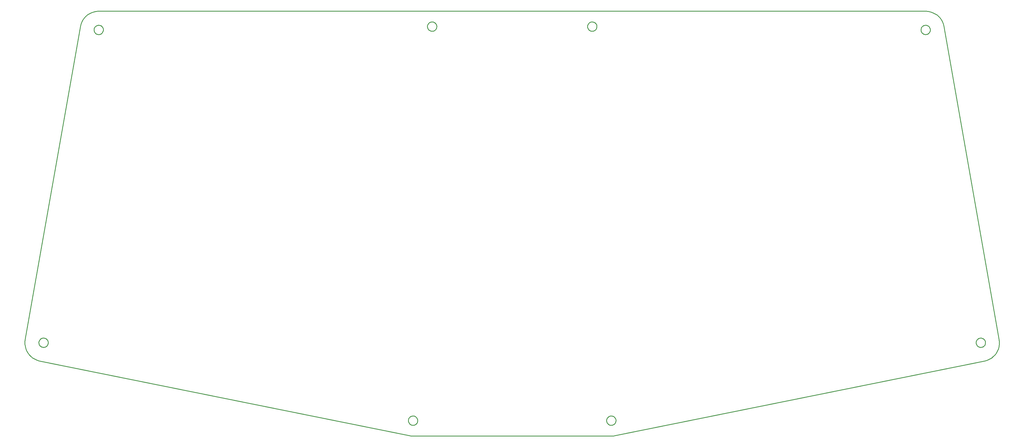
<source format=gm1>
G04 #@! TF.GenerationSoftware,KiCad,Pcbnew,(5.99.0-1124-gd78759612)*
G04 #@! TF.CreationDate,2021-10-07T20:38:15-04:00*
G04 #@! TF.ProjectId,harkonnen,6861726b-6f6e-46e6-956e-2e6b69636164,rev?*
G04 #@! TF.SameCoordinates,Original*
G04 #@! TF.FileFunction,Profile,NP*
%FSLAX46Y46*%
G04 Gerber Fmt 4.6, Leading zero omitted, Abs format (unit mm)*
G04 Created by KiCad (PCBNEW (5.99.0-1124-gd78759612)) date 2021-10-07 20:38:15*
%MOMM*%
%LPD*%
G01*
G04 APERTURE LIST*
G04 #@! TA.AperFunction,Profile*
%ADD10C,0.264582*%
G04 #@! TD*
G04 APERTURE END LIST*
D10*
X135600296Y-156366394D02*
X135469284Y-156230881D01*
X18900300Y-131293457D02*
X18757301Y-131415604D01*
X136444321Y-156749436D02*
X136258301Y-156716736D01*
X136258301Y-156716736D02*
X136078301Y-156661042D01*
X136402443Y-153773407D02*
X136590462Y-153759003D01*
X135142281Y-155560318D02*
X135116379Y-155373764D01*
X135245461Y-154639084D02*
X135334458Y-154472779D01*
X135116348Y-155373764D02*
X135113350Y-155185410D01*
X135134461Y-154998215D02*
X135178459Y-154815171D01*
X18067321Y-131699860D02*
X17879312Y-131714264D01*
X136778450Y-153767838D02*
X136964462Y-153800537D01*
X19335300Y-130474961D02*
X19291299Y-130658066D01*
X136590462Y-153758973D02*
X136778450Y-153767975D01*
X19291299Y-130658066D02*
X19224300Y-130834183D01*
X19224300Y-130834183D02*
X19136300Y-131000489D01*
X135442459Y-154318802D02*
X135569458Y-154179718D01*
X135263283Y-155916260D02*
X135191284Y-155742096D01*
X135746300Y-156484452D02*
X135600296Y-156366394D01*
X19027301Y-131154404D02*
X18900300Y-131293457D01*
X18757301Y-131415604D02*
X18599311Y-131518753D01*
X135907303Y-156583145D02*
X135746300Y-156484452D01*
X18251302Y-131661957D02*
X18067321Y-131699860D01*
X17879312Y-131714402D02*
X17691322Y-131705399D01*
X136078301Y-156661042D02*
X135907303Y-156583145D01*
X135569458Y-154179718D02*
X135713448Y-154057633D01*
X135334458Y-154472779D02*
X135442459Y-154318802D01*
X136218460Y-153811203D02*
X136402443Y-153773407D01*
X135713448Y-154057633D02*
X135870445Y-153954499D01*
X137623451Y-154150757D02*
X137753441Y-154286255D01*
X137315460Y-153934037D02*
X137476471Y-154032730D01*
X135469284Y-156230881D02*
X135356285Y-156080063D01*
X136964462Y-153800537D02*
X137144463Y-153856232D01*
X135113442Y-155185410D02*
X135134339Y-154998215D01*
X135356285Y-156080063D02*
X135263283Y-155916260D01*
X135178459Y-154815171D02*
X135245461Y-154639084D01*
X135191284Y-155742096D02*
X135142281Y-155560318D01*
X136040459Y-153871903D02*
X136218460Y-153811203D01*
X18430322Y-131601258D02*
X18251302Y-131661957D01*
X137476471Y-154032730D02*
X137623451Y-154150757D01*
X19206140Y-129556977D02*
X19278140Y-129731110D01*
X135870445Y-153954499D02*
X136040459Y-153871903D01*
X18599311Y-131518753D02*
X18430322Y-131601258D01*
X137144463Y-153856232D02*
X137315460Y-153934037D01*
X19278140Y-129731110D02*
X19327140Y-129912857D01*
X19327140Y-129912857D02*
X19354240Y-130099411D01*
X19354150Y-130099411D02*
X19357150Y-130287796D01*
X19356311Y-130287796D02*
X19335410Y-130474961D01*
X19136300Y-131000489D02*
X19027301Y-131154404D01*
X300820603Y-28250412D02*
X301000580Y-28194413D01*
X136632599Y-156758316D02*
X136444611Y-156749314D01*
X300342606Y-28544411D02*
X300488571Y-28426415D01*
X300005570Y-28994416D02*
X300098572Y-28831406D01*
X300310578Y-30731408D02*
X300183579Y-30592408D01*
X300183579Y-30592408D02*
X300074555Y-30438401D01*
X301186615Y-28161415D02*
X301374588Y-28152413D01*
X299919556Y-30095391D02*
X299875549Y-29912400D01*
X302094589Y-28348313D02*
X302252579Y-28451294D01*
X137753441Y-154286255D02*
X137866440Y-154437073D01*
X137866440Y-154437073D02*
X137959442Y-154600876D01*
X300453583Y-30853409D02*
X300310578Y-30731408D01*
X137959442Y-154600876D02*
X138031441Y-154775071D01*
X138031441Y-154775071D02*
X138081444Y-154956818D01*
X138109612Y-155331726D02*
X138088715Y-155518921D01*
X301746597Y-28204316D02*
X301925614Y-28265313D01*
X138088608Y-155518921D02*
X138044609Y-155701996D01*
X299854508Y-29725403D02*
X299857514Y-29537415D01*
X301000580Y-28194413D02*
X301186615Y-28161415D01*
X137780586Y-156198334D02*
X137653588Y-156337418D01*
X137510590Y-156459534D02*
X137352600Y-156562653D01*
X299986557Y-30272400D02*
X299919556Y-30095391D01*
X138107407Y-155143372D02*
X138110405Y-155331726D01*
X137653588Y-156337418D02*
X137510590Y-156459534D01*
X138081444Y-154956818D02*
X138107346Y-155143372D01*
X137352600Y-156562653D02*
X137183609Y-156645249D01*
X301925614Y-28265313D02*
X302094589Y-28348313D01*
X299857514Y-29537415D02*
X299884613Y-29350418D01*
X137889588Y-156044388D02*
X137780586Y-156198334D01*
X300611557Y-30956391D02*
X300453583Y-30853409D01*
X301374588Y-28152413D02*
X301562576Y-28167313D01*
X300780579Y-31039391D02*
X300611557Y-30956391D01*
X138044609Y-155701996D02*
X137977608Y-155878067D01*
X137977585Y-155878067D02*
X137889588Y-156044388D01*
X137183609Y-156645249D02*
X137004601Y-156705948D01*
X137004601Y-156705948D02*
X136820587Y-156743851D01*
X136820587Y-156743851D02*
X136632599Y-156758255D01*
X301143555Y-31137390D02*
X300959564Y-31099388D01*
X300959564Y-31099388D02*
X300780579Y-31039391D01*
X300074555Y-30438401D02*
X299986557Y-30272400D01*
X299875549Y-29912400D02*
X299854645Y-29725403D01*
X300211579Y-28680413D02*
X300342606Y-28544411D01*
X299884567Y-29350418D02*
X299933563Y-29169396D01*
X300649597Y-28327416D02*
X300820603Y-28250412D01*
X299933563Y-29169396D02*
X300005570Y-28994416D01*
X300098572Y-28831406D02*
X300211579Y-28680413D01*
X300488571Y-28426415D02*
X300649597Y-28327416D01*
X301562576Y-28167313D02*
X301746597Y-28204316D01*
X194941849Y-27290123D02*
X195098847Y-27393143D01*
X195548920Y-29251122D02*
X195455918Y-29415123D01*
X195566834Y-27974129D02*
X195633835Y-28150116D01*
X195620926Y-29077134D02*
X195548920Y-29251122D01*
X195455918Y-29415123D02*
X195342911Y-29566132D01*
X318875656Y-131700470D02*
X318691605Y-131662567D01*
X195064896Y-29820130D02*
X194904907Y-29918129D01*
X195098847Y-27393143D02*
X195242859Y-27515114D01*
X195242859Y-27515114D02*
X195369858Y-27654137D01*
X195369858Y-27654137D02*
X195477829Y-27808129D01*
X195477829Y-27808129D02*
X195566834Y-27974129D01*
X195633835Y-28150116D02*
X195677841Y-28333138D01*
X194904907Y-29918129D02*
X194732910Y-29996132D01*
X195677841Y-28333138D02*
X195698746Y-28521126D01*
X194732910Y-29996132D02*
X194552918Y-30052132D01*
X195698868Y-28521126D02*
X195695862Y-28709145D01*
X195695969Y-28709145D02*
X195669968Y-28896141D01*
X195669922Y-28896141D02*
X195620926Y-29077134D01*
X195211899Y-29702141D02*
X195064896Y-29820130D01*
X194367920Y-30085129D02*
X194179917Y-30094132D01*
X194179917Y-30094132D02*
X193991928Y-30079232D01*
X195342911Y-29566132D02*
X195211899Y-29702141D01*
X194552918Y-30052132D02*
X194367920Y-30085129D01*
X194771866Y-27207123D02*
X194941849Y-27290123D01*
X318042618Y-131294037D02*
X317915604Y-131154953D01*
X318918595Y-128724427D02*
X319106583Y-128715424D01*
X317830582Y-129393708D02*
X317943588Y-129242844D01*
X317915604Y-131154953D02*
X317806626Y-131001038D01*
X317718613Y-130834717D02*
X317651627Y-130658631D01*
X317651627Y-130658631D02*
X317607620Y-130475556D01*
X317589615Y-130099945D02*
X317616715Y-129913422D01*
X317586624Y-130288361D02*
X317589615Y-130099945D01*
X318073593Y-129107346D02*
X318220566Y-128989319D01*
X318552567Y-128812821D02*
X318732590Y-128757126D01*
X317665604Y-129731644D02*
X317737595Y-129557511D01*
X317737595Y-129557511D02*
X317830582Y-129393708D01*
X317607620Y-130475556D02*
X317586716Y-130288361D01*
X317616593Y-129913422D02*
X317665604Y-129731644D01*
X317943588Y-129242844D02*
X318073593Y-129107346D01*
X318220566Y-128989319D02*
X318381577Y-128890625D01*
X318381577Y-128890625D02*
X318552567Y-128812821D01*
X319106583Y-128715561D02*
X319294602Y-128729966D01*
X318732590Y-128757126D02*
X318918595Y-128724427D01*
X318691605Y-131662567D02*
X318512589Y-131601868D01*
X318512589Y-131601868D02*
X318343613Y-131519364D01*
X318343613Y-131519364D02*
X318185654Y-131416153D01*
X317806626Y-131001038D02*
X317718613Y-130834717D01*
X318185654Y-131416153D02*
X318042618Y-131294037D01*
X319826615Y-128911164D02*
X319983597Y-129014267D01*
X320127609Y-129136383D02*
X320254624Y-129275467D01*
X319983597Y-129014267D02*
X320127609Y-129136383D01*
X320362595Y-129429398D02*
X320451584Y-129595795D01*
X320583634Y-130142060D02*
X320580643Y-130330475D01*
X320518570Y-129771790D02*
X320562576Y-129954895D01*
X320451584Y-129595795D02*
X320518570Y-129771790D01*
X319789749Y-131539795D02*
X319618759Y-131617691D01*
X320580765Y-130330475D02*
X320554856Y-130516999D01*
X320554794Y-130516999D02*
X320505783Y-130698777D01*
X320433792Y-130872986D02*
X320340805Y-131036713D01*
X320562576Y-129954895D02*
X320583481Y-130142060D01*
X320505783Y-130698777D02*
X320433792Y-130872986D01*
X320340805Y-131036713D02*
X320227799Y-131187577D01*
X319438767Y-131673386D02*
X319252731Y-131706086D01*
X319252731Y-131706086D02*
X319064774Y-131715088D01*
X319294602Y-128729966D02*
X319478623Y-128767868D01*
X319656571Y-128828568D02*
X319826615Y-128911164D01*
X320227799Y-131187577D02*
X320096787Y-131323075D01*
X320096787Y-131323075D02*
X319950791Y-131441101D01*
X320254624Y-129275467D02*
X320362595Y-129429398D01*
X319950791Y-131441101D02*
X319789749Y-131539795D01*
X319618759Y-131617691D02*
X319438767Y-131673386D01*
X319478623Y-128767868D02*
X319656571Y-128828568D01*
X198834732Y-155332260D02*
X198837738Y-155143906D01*
X199320877Y-154151352D02*
X199467880Y-154033295D01*
X199799896Y-153856797D02*
X199979889Y-153801102D01*
X198836945Y-155143906D02*
X198862839Y-154957383D01*
X198966751Y-155878617D02*
X198899750Y-155702530D01*
X198855744Y-155519455D02*
X198834839Y-155332260D01*
X199077881Y-154437622D02*
X199190888Y-154286835D01*
X199628891Y-153934601D02*
X199799896Y-153856797D01*
X199190888Y-154286835D02*
X199320877Y-154151352D01*
X199433746Y-156460083D02*
X199290741Y-156337967D01*
X198984879Y-154601426D02*
X199077881Y-154437622D01*
X199760758Y-156645813D02*
X199591767Y-156563218D01*
X199979889Y-153801102D02*
X200165863Y-153768402D01*
X199591767Y-156563218D02*
X199433746Y-156460083D01*
X199467880Y-154033295D02*
X199628891Y-153934601D01*
X199290741Y-156337967D02*
X199163742Y-156198883D01*
X319064774Y-131714981D02*
X318876785Y-131700577D01*
X199939743Y-156706513D02*
X199760758Y-156645813D01*
X199163742Y-156198883D02*
X199054749Y-156044937D01*
X198912872Y-154775605D02*
X198984879Y-154601426D01*
X198862869Y-154957383D02*
X198912872Y-154775605D01*
X200123749Y-156744416D02*
X199939743Y-156706513D01*
X199054749Y-156044937D02*
X198966751Y-155878617D01*
X198899750Y-155702530D02*
X198855744Y-155519455D01*
X201698883Y-154639771D02*
X201765885Y-154815842D01*
X201474991Y-156231552D02*
X201343979Y-156367081D01*
X201343979Y-156367081D02*
X201197983Y-156485108D01*
X201036972Y-156583802D02*
X200865967Y-156661606D01*
X200725876Y-153811890D02*
X200903870Y-153872589D01*
X200903870Y-153872589D02*
X201073883Y-153955185D01*
X201830918Y-155186081D02*
X201827912Y-155374436D01*
X201681000Y-155916916D02*
X201587998Y-156080719D01*
X201809891Y-154998917D02*
X201830795Y-155186081D01*
X201073883Y-153955185D02*
X201230850Y-154058304D01*
X201230850Y-154058304D02*
X201374863Y-154180390D01*
X201501862Y-154319474D02*
X201609879Y-154473450D01*
X201765885Y-154815842D02*
X201809891Y-154998917D01*
X201802002Y-155561005D02*
X201753006Y-155742752D01*
X201753006Y-155742752D02*
X201681000Y-155916916D01*
X201197983Y-156485108D02*
X201036972Y-156583802D01*
X201587998Y-156080719D02*
X201474991Y-156231552D01*
X200165863Y-153768402D02*
X200353882Y-153759400D01*
X200353882Y-153759537D02*
X200541870Y-153773941D01*
X200541870Y-153773987D02*
X200725876Y-153811890D01*
X201374863Y-154180390D02*
X201501862Y-154319474D01*
X201609879Y-154473450D02*
X201698883Y-154639771D01*
X201828034Y-155374436D02*
X201802033Y-155561005D01*
X200865967Y-156661606D02*
X200685974Y-156717301D01*
X303638596Y-24105584D02*
X302925614Y-23862587D01*
X302925614Y-23862587D02*
X302187546Y-23710579D01*
X307261582Y-28610573D02*
X307084580Y-27878571D01*
X306816574Y-27173584D02*
X306462570Y-26508583D01*
X201000519Y-160163300D02*
X201742523Y-160032471D01*
X15727281Y-135824051D02*
X16447252Y-136046875D01*
X34121151Y-29954560D02*
X34094052Y-29767563D01*
X35423141Y-31143563D02*
X35237131Y-31110566D01*
X34420971Y-28712571D02*
X34547971Y-28573571D01*
X35057131Y-31054566D02*
X34886131Y-30976563D01*
X34448151Y-30624565D02*
X34335151Y-30473572D01*
X34848961Y-28348557D02*
X35017981Y-28265557D01*
X34094141Y-29767563D02*
X34091141Y-29579552D01*
X34311971Y-28866578D02*
X34420971Y-28712571D01*
X34156970Y-29208565D02*
X34223971Y-29032578D01*
X34690971Y-28451569D02*
X34848961Y-28348557D01*
X302187546Y-23710579D02*
X301436569Y-23652581D01*
X305520584Y-25336579D02*
X304946610Y-24848587D01*
X34579130Y-30760567D02*
X34448151Y-30624565D01*
X34112971Y-29391564D02*
X34156970Y-29208565D01*
X34547971Y-28573571D02*
X34690971Y-28451569D01*
X34223971Y-29032578D02*
X34311971Y-28866578D01*
X34725150Y-30878563D02*
X34579130Y-30760567D01*
X34170151Y-30135552D02*
X34121151Y-29954560D01*
X304946610Y-24848587D02*
X304316574Y-24435585D01*
X200247513Y-160200104D02*
X201000519Y-160163300D01*
X304316574Y-24435585D02*
X303638596Y-24105584D01*
X35237131Y-31110566D02*
X35057131Y-31054566D01*
X34335151Y-30473572D02*
X34242151Y-30309571D01*
X34242151Y-30309571D02*
X34170151Y-30135552D01*
X34091931Y-29579552D02*
X34112830Y-29391564D01*
X307084580Y-27878571D02*
X306816574Y-27173584D01*
X34886131Y-30976563D02*
X34725150Y-30878563D01*
X37088159Y-29725541D02*
X37067259Y-29912537D01*
X36162139Y-31039536D02*
X35983159Y-31099533D01*
X142209908Y-29996163D02*
X142037888Y-29918160D01*
X35611160Y-31152504D02*
X35423169Y-31143502D01*
X142001068Y-27290184D02*
X142171082Y-27207184D01*
X36600960Y-28544556D02*
X36731940Y-28680558D01*
X37067149Y-29912537D02*
X37023150Y-30095566D01*
X36956149Y-30272545D02*
X36868149Y-30438546D01*
X141309082Y-28150162D02*
X141376084Y-27974175D01*
X36759159Y-30592553D02*
X36632159Y-30731545D01*
X143095078Y-27136086D02*
X143275078Y-27192086D01*
X142037888Y-29918160D02*
X141877899Y-29820160D01*
X35568960Y-28152558D02*
X35756980Y-28161560D01*
X37058939Y-29350563D02*
X37086039Y-29537560D01*
X35942960Y-28194558D02*
X36122960Y-28250557D01*
X142721077Y-27094086D02*
X142910080Y-27103089D01*
X36868149Y-30438546D02*
X36759159Y-30592553D01*
X142574906Y-30085160D02*
X142389908Y-30052163D01*
X141844071Y-27393166D02*
X142001068Y-27290184D01*
X141393906Y-29251168D02*
X141321907Y-29077179D01*
X141730889Y-29702164D02*
X141599907Y-29566162D01*
X142534081Y-27108185D02*
X142721077Y-27094086D01*
X141486908Y-29415169D02*
X141393906Y-29251168D01*
X141246971Y-28709160D02*
X141243973Y-28521172D01*
X141376084Y-27974175D02*
X141465080Y-27808174D01*
X143275078Y-27192086D02*
X143447090Y-27269089D01*
X143447090Y-27269089D02*
X143607094Y-27368088D01*
X141877899Y-29820160D02*
X141730889Y-29702164D01*
X143754097Y-27486084D02*
X143885079Y-27622086D01*
X142910080Y-27103089D02*
X143095078Y-27136086D01*
X141321907Y-29077179D02*
X141272904Y-28896157D01*
X37085959Y-29537560D02*
X37088959Y-29725541D01*
X36331169Y-30956536D02*
X36162139Y-31039536D01*
X141700081Y-27515168D02*
X141844071Y-27393166D01*
X143607094Y-27368088D02*
X143754097Y-27486084D01*
X36489149Y-30853554D02*
X36331169Y-30956536D01*
X35983159Y-31099533D02*
X35799179Y-31137535D01*
X141265083Y-28333161D02*
X141309082Y-28150162D01*
X142349083Y-27146187D02*
X142534081Y-27108185D01*
X141465080Y-27808174D02*
X141573082Y-27654168D01*
X143885079Y-27622086D02*
X143998085Y-27773102D01*
X35196961Y-28204560D02*
X35380970Y-28167557D01*
X35756980Y-28161560D02*
X35942960Y-28194558D01*
X36122960Y-28250557D02*
X36293960Y-28327561D01*
X36454940Y-28426560D02*
X36600960Y-28544556D01*
X36731940Y-28680558D02*
X36844939Y-28831551D01*
X35799179Y-31137535D02*
X35611160Y-31152535D01*
X37009939Y-29169571D02*
X37058939Y-29350563D01*
X141244080Y-28521172D02*
X141264977Y-28333161D01*
X36937940Y-28994561D02*
X37009939Y-29169571D01*
X143998085Y-27773102D02*
X144091088Y-27936081D01*
X37023150Y-30095566D02*
X36956149Y-30272545D01*
X144091088Y-27936081D02*
X144162087Y-28111092D01*
X36844939Y-28831551D02*
X36937940Y-28994561D01*
X142389908Y-30052163D02*
X142209908Y-29996163D01*
X141272904Y-28896157D02*
X141247002Y-28709160D01*
X141573082Y-27654168D02*
X141700081Y-27515168D01*
X144162087Y-28111092D02*
X144212090Y-28292099D01*
X35017981Y-28265557D02*
X35196961Y-28204560D01*
X141599907Y-29566162D02*
X141486908Y-29415169D01*
X142171082Y-27207184D02*
X142349083Y-27146187D01*
X35380970Y-28167557D02*
X35568960Y-28152558D01*
X36632159Y-30731545D02*
X36489149Y-30853554D01*
X36293960Y-28327561D02*
X36454940Y-28426560D01*
X302851608Y-29579316D02*
X302848618Y-29767296D01*
X302700577Y-30309304D02*
X302607590Y-30473305D01*
X193459961Y-29897995D02*
X193301987Y-29795014D01*
X192730835Y-28292015D02*
X192780838Y-28111008D01*
X194032837Y-27103028D02*
X194221848Y-27094025D01*
X302363602Y-30760300D02*
X302217575Y-30878296D01*
X192851837Y-27936028D02*
X192944840Y-27773018D01*
X193301987Y-29795014D02*
X193158981Y-29673005D01*
X302772568Y-30135285D02*
X302700577Y-30309304D01*
X302607590Y-30473305D02*
X302494583Y-30624298D01*
X194408844Y-27108124D02*
X194593842Y-27146126D01*
X192922989Y-29380005D02*
X192834992Y-29213997D01*
X194221848Y-27094025D02*
X194408844Y-27108124D01*
X302494583Y-30624298D02*
X302363602Y-30760300D01*
X193158981Y-29673005D02*
X193031983Y-29534012D01*
X193057846Y-27622025D02*
X193188858Y-27486016D01*
X302217575Y-30878296D02*
X302056595Y-30976296D01*
X302056595Y-30976296D02*
X301885575Y-31054299D01*
X301885575Y-31054299D02*
X301705612Y-31110299D01*
X301705612Y-31110299D02*
X301519577Y-31143296D01*
X193991989Y-30078995D02*
X193806992Y-30040993D01*
X193806992Y-30040993D02*
X193628998Y-29980996D01*
X192701981Y-28667000D02*
X192704987Y-28479012D01*
X193628998Y-29980996D02*
X193459961Y-29897995D01*
X193188858Y-27486016D02*
X193335861Y-27368027D01*
X192767990Y-29036995D02*
X192722992Y-28853997D01*
X193847840Y-27136025D02*
X194032837Y-27103028D01*
X193335861Y-27368027D02*
X193495850Y-27269028D01*
X192944840Y-27773018D02*
X193057846Y-27622025D01*
X192722992Y-28853997D02*
X192702088Y-28667000D01*
X302252579Y-28451294D02*
X302395584Y-28573304D01*
X194593842Y-27146126D02*
X194771866Y-27207123D01*
X302395584Y-28573304D02*
X302522598Y-28712296D01*
X301519577Y-31143296D02*
X301331589Y-31152298D01*
X192780838Y-28111008D02*
X192851837Y-27936028D01*
X302522598Y-28712296D02*
X302631607Y-28866303D01*
X193667847Y-27192025D02*
X193847840Y-27136025D01*
X302631607Y-28866303D02*
X302719620Y-29032303D01*
X302719620Y-29032303D02*
X302786606Y-29208306D01*
X301331589Y-31152298D02*
X301143570Y-31137299D01*
X193495850Y-27269028D02*
X193667847Y-27192025D01*
X193031983Y-29534012D02*
X192922989Y-29380005D01*
X302786606Y-29208306D02*
X302830612Y-29391297D01*
X192704880Y-28479012D02*
X192730774Y-28292015D01*
X302848618Y-29767296D02*
X302821518Y-29954308D01*
X302821579Y-29954308D02*
X302772568Y-30135285D01*
X192834992Y-29213997D02*
X192767990Y-29036995D01*
X302830612Y-29391297D02*
X302851517Y-29579316D01*
X135942063Y-160163330D02*
X136695053Y-160200135D01*
X324961350Y-131421585D02*
X325066361Y-130675415D01*
X12465074Y-132845322D02*
X12838052Y-133500489D01*
X322542374Y-135117997D02*
X323130356Y-134645844D01*
X320495407Y-136046891D02*
X321215408Y-135824067D01*
X136695061Y-160200119D02*
X200247330Y-160200119D01*
X34017089Y-23862587D02*
X33304079Y-24105584D01*
X325066361Y-130675415D02*
X325077469Y-129921997D01*
X11949071Y-129173172D02*
X11865072Y-129921967D01*
X323653366Y-134103775D02*
X324104386Y-133500458D01*
X29858090Y-27878579D02*
X29681080Y-28610581D01*
X324477402Y-132845322D02*
X324764389Y-132148697D01*
X12178083Y-132148682D02*
X12465074Y-132845322D01*
X13812061Y-134645813D02*
X14400071Y-135117997D01*
X135200073Y-160032502D02*
X135942063Y-160163330D01*
X201742356Y-160032502D02*
X320495346Y-136046906D01*
X321901413Y-135512802D02*
X322542435Y-135117966D01*
X324993546Y-129173188D02*
X307261582Y-28610581D01*
X29681062Y-28610573D02*
X11949060Y-129173157D01*
X30480079Y-26508591D02*
X30126089Y-27173561D01*
X11876073Y-130675415D02*
X11981061Y-131421585D01*
X31996100Y-24848587D02*
X31422079Y-25336579D01*
X13289073Y-134103791D02*
X13812062Y-134645798D01*
X32626083Y-24435578D02*
X31996083Y-24848580D01*
X16447072Y-136046875D02*
X135200073Y-160032471D01*
X30914079Y-25892586D02*
X30480079Y-26508591D01*
X324764389Y-132148697D02*
X324961350Y-131421585D01*
X30126089Y-27173561D02*
X29858090Y-27878579D01*
X11865072Y-129921967D02*
X11876073Y-130675415D01*
X325077439Y-129921997D02*
X324993424Y-129173203D01*
X12838052Y-133500489D02*
X13289071Y-134103806D01*
X14400071Y-135117997D02*
X15041051Y-135512833D01*
X323130356Y-134645844D02*
X323653366Y-134103806D01*
X15041051Y-135512833D02*
X15727081Y-135824097D01*
X306028580Y-25892586D02*
X305520584Y-25336579D01*
X34755100Y-23710579D02*
X34017089Y-23862587D01*
X321215408Y-135824067D02*
X321901413Y-135512802D01*
X301436356Y-23652581D02*
X35506081Y-23652581D01*
X306462357Y-26508583D02*
X306028336Y-25892578D01*
X11981061Y-131421570D02*
X12178083Y-132148667D01*
X35506089Y-23652581D02*
X34755100Y-23710579D01*
X31422079Y-25336579D02*
X30914079Y-25892586D01*
X33304063Y-24105576D02*
X32626083Y-24435578D01*
X324104386Y-133500489D02*
X324477402Y-132845322D01*
X16603067Y-131036118D02*
X16510066Y-130872437D01*
X18025117Y-128723893D02*
X18211127Y-128756592D01*
X16960128Y-129013687D02*
X17117128Y-128910630D01*
X18723138Y-128988785D02*
X18870118Y-129106781D01*
X16716037Y-131186997D02*
X16603067Y-131036118D01*
X144219895Y-28854088D02*
X144174896Y-29037079D01*
X18391137Y-128812287D02*
X18562127Y-128890091D01*
X18870118Y-129106781D02*
X19000138Y-129242264D01*
X144174896Y-29037079D02*
X144107895Y-29214089D01*
X143482887Y-29898087D02*
X143313889Y-29981087D01*
X17505046Y-131672806D02*
X17325046Y-131617112D01*
X16816138Y-129135834D02*
X16960128Y-129013687D01*
X16360116Y-130141495D02*
X16381017Y-129954300D01*
X17325046Y-131617112D02*
X17154046Y-131539215D01*
X142950897Y-30079087D02*
X142762879Y-30093987D01*
X18211127Y-128756592D02*
X18391137Y-128812287D01*
X18562127Y-128890091D02*
X18723138Y-128988785D01*
X144238022Y-28479073D02*
X144241020Y-28667092D01*
X144107895Y-29214089D02*
X144019898Y-29380097D01*
X143910904Y-29534073D02*
X143783905Y-29673096D01*
X143783905Y-29673096D02*
X143640907Y-29795075D01*
X143313889Y-29981087D02*
X143135895Y-30041085D01*
X16993047Y-131440522D02*
X16847047Y-131322495D01*
X17691056Y-131705506D02*
X17505046Y-131672806D01*
X16847047Y-131322495D02*
X16716037Y-131186997D01*
X16381128Y-129954300D02*
X16425128Y-129771225D01*
X143640907Y-29795075D02*
X143482887Y-29898087D01*
X143135895Y-30041085D02*
X142950897Y-30079087D01*
X16425128Y-129771225D02*
X16492128Y-129595200D01*
X142762879Y-30093964D02*
X142574898Y-30084961D01*
X16438066Y-130698182D02*
X16389066Y-130516404D01*
X19113139Y-129393174D02*
X19206140Y-129556977D01*
X17154046Y-131539215D02*
X16993047Y-131440522D01*
X16510066Y-130872437D02*
X16438066Y-130698182D01*
X17287137Y-128828034D02*
X17465137Y-128767334D01*
X17649137Y-128729432D02*
X17837127Y-128715027D01*
X16363036Y-130329880D02*
X16360036Y-130141495D01*
X17465137Y-128767334D02*
X17649137Y-128729432D01*
X16581128Y-129428833D02*
X16689138Y-129274887D01*
X16689138Y-129274887D02*
X16816138Y-129135834D01*
X19000138Y-129242264D02*
X19113139Y-129393174D01*
X17837127Y-128715027D02*
X18025117Y-128724030D01*
X144019898Y-29380097D02*
X143910904Y-29534073D01*
X16389066Y-130516404D02*
X16363067Y-130329880D01*
X17117128Y-128910630D02*
X17287137Y-128828034D01*
X16492128Y-129595200D02*
X16581128Y-129428833D01*
X144212090Y-28292099D02*
X144237991Y-28479073D01*
X144240898Y-28667092D02*
X144220001Y-28854088D01*
X200685974Y-156717301D02*
X200500000Y-156750000D01*
X200312012Y-156758866D02*
X200123993Y-156744461D01*
X200500000Y-156750000D02*
X200312012Y-156759003D01*
M02*

</source>
